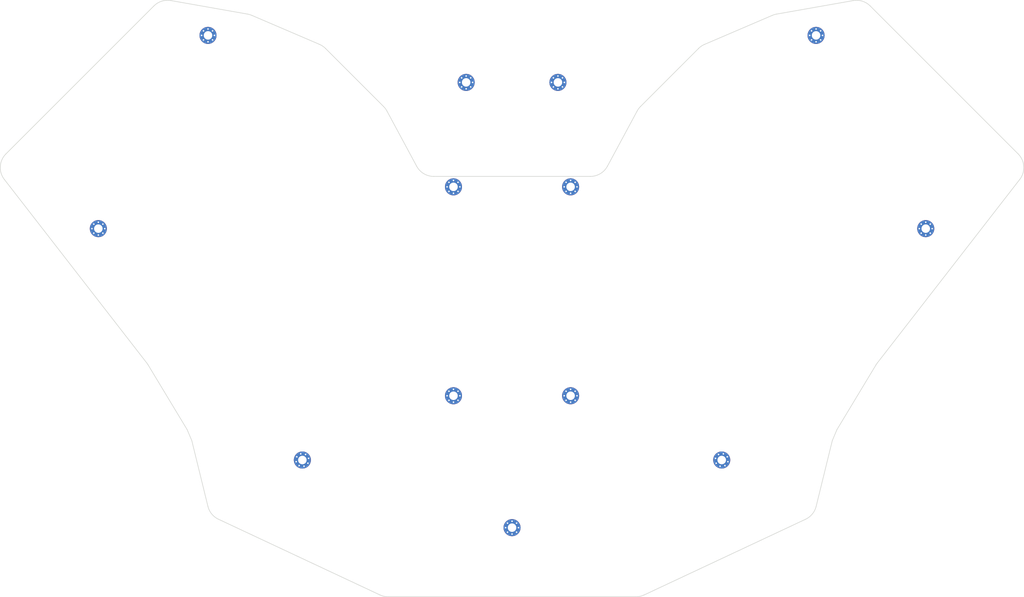
<source format=kicad_pcb>


(kicad_pcb (version 20171130) (host pcbnew 5.1.6)

  (page A3)
  (title_block
    (title "bottom_plate")
    (rev "v1.0.0")
    (company "Unknown")
  )

  (general
    (thickness 1.6)
  )

  (layers
    (0 F.Cu signal)
    (31 B.Cu signal)
    (32 B.Adhes user)
    (33 F.Adhes user)
    (34 B.Paste user)
    (35 F.Paste user)
    (36 B.SilkS user)
    (37 F.SilkS user)
    (38 B.Mask user)
    (39 F.Mask user)
    (40 Dwgs.User user)
    (41 Cmts.User user)
    (42 Eco1.User user)
    (43 Eco2.User user)
    (44 Edge.Cuts user)
    (45 Margin user)
    (46 B.CrtYd user)
    (47 F.CrtYd user)
    (48 B.Fab user)
    (49 F.Fab user)
  )

  (setup
    (last_trace_width 0.25)
    (trace_clearance 0.2)
    (zone_clearance 0.508)
    (zone_45_only no)
    (trace_min 0.2)
    (via_size 0.8)
    (via_drill 0.4)
    (via_min_size 0.4)
    (via_min_drill 0.3)
    (uvia_size 0.3)
    (uvia_drill 0.1)
    (uvias_allowed no)
    (uvia_min_size 0.2)
    (uvia_min_drill 0.1)
    (edge_width 0.05)
    (segment_width 0.2)
    (pcb_text_width 0.3)
    (pcb_text_size 1.5 1.5)
    (mod_edge_width 0.12)
    (mod_text_size 1 1)
    (mod_text_width 0.15)
    (pad_size 1.524 1.524)
    (pad_drill 0.762)
    (pad_to_mask_clearance 0.05)
    (aux_axis_origin 0 0)
    (visible_elements FFFFFF7F)
    (pcbplotparams
      (layerselection 0x010fc_ffffffff)
      (usegerberextensions false)
      (usegerberattributes true)
      (usegerberadvancedattributes true)
      (creategerberjobfile true)
      (excludeedgelayer true)
      (linewidth 0.100000)
      (plotframeref false)
      (viasonmask false)
      (mode 1)
      (useauxorigin false)
      (hpglpennumber 1)
      (hpglpenspeed 20)
      (hpglpendiameter 15.000000)
      (psnegative false)
      (psa4output false)
      (plotreference true)
      (plotvalue true)
      (plotinvisibletext false)
      (padsonsilk false)
      (subtractmaskfromsilk false)
      (outputformat 1)
      (mirror false)
      (drillshape 1)
      (scaleselection 1)
      (outputdirectory ""))
  )

  (net 0 "")

  (net_class Default "This is the default net class."
    (clearance 0.2)
    (trace_width 0.25)
    (via_dia 0.8)
    (via_drill 0.4)
    (uvia_dia 0.3)
    (uvia_drill 0.1)
    (add_net "")
  )

  
    (module "MountingHole_2.2mm_M2_Pad_Via" (version 20210722) (generator pcbnew) (layer "F.Cu")
      (tedit 56DDB9C7)
      (at 60.2773176 128.95859919999998 -45) 
    
      (fp_text reference "_1" (at 0 -3.2) (layer "F.SilkS") hide 
        (effects (font (size 1 1) (thickness 0.15)))
        (tstamp b68bb25c-687d-44b1-b966-dad4cac66b35)
      )
    
      (fp_circle (center 0 0) (end 2.45 0) (layer "F.CrtYd") (width 0.05) (fill none) (tstamp b2688462-c375-45d3-9095-3425fb17c88f))
      (pad "1" thru_hole circle locked (at 1.166726 1.166726) (size 0.7 0.7) (drill 0.4) (layers *.Cu *.Mask) (tstamp 2a7fc905-328f-4bbb-9222-ca8d15d03a86))
      (pad "1" thru_hole circle locked (at 0 0) (size 4.4 4.4) (drill 2.2) (layers *.Cu *.Mask) (tstamp 47ee1d53-0551-4b6d-bc24-3f3f14c73c36))
      (pad "1" thru_hole circle locked (at 0 1.65) (size 0.7 0.7) (drill 0.4) (layers *.Cu *.Mask) (tstamp 4eef65bc-4add-40d7-8319-14dcdbae0d44))
      (pad "1" thru_hole circle locked (at 1.166726 -1.166726) (size 0.7 0.7) (drill 0.4) (layers *.Cu *.Mask) (tstamp 56155f4d-2ebc-4ad4-8d82-7aa7846deba8))
      (pad "1" thru_hole circle locked (at -1.65 0) (size 0.7 0.7) (drill 0.4) (layers *.Cu *.Mask) (tstamp 787d6162-1d3c-4def-859e-6532ce27c1ef))
      (pad "1" thru_hole circle locked (at -1.166726 -1.166726) (size 0.7 0.7) (drill 0.4) (layers *.Cu *.Mask) (tstamp 8d699d12-7099-4814-bbe6-11bc74c6e8b2))
      (pad "1" thru_hole circle locked (at -1.166726 1.166726) (size 0.7 0.7) (drill 0.4) (layers *.Cu *.Mask) (tstamp 95ab0420-a56b-46ee-98ad-5072a1a93a6f))
      (pad "1" thru_hole circle locked (at 1.65 0) (size 0.7 0.7) (drill 0.4) (layers *.Cu *.Mask) (tstamp cde0acf2-b3b4-46de-9f6e-3ab519744000))
      (pad "1" thru_hole circle locked (at 0 -1.65) (size 0.7 0.7) (drill 0.4) (layers *.Cu *.Mask) (tstamp ff0de415-ae11-46fb-b780-c24aee621212))
    )

    (module "MountingHole_2.2mm_M2_Pad_Via" (version 20210722) (generator pcbnew) (layer "F.Cu")
      (tedit 56DDB9C7)
      (at 31.9895107 178.7990207 -45) 
    
      (fp_text reference "_2" (at 0 -3.2) (layer "F.SilkS") hide 
        (effects (font (size 1 1) (thickness 0.15)))
        (tstamp b68bb25c-687d-44b1-b966-dad4cac66b35)
      )
    
      (fp_circle (center 0 0) (end 2.45 0) (layer "F.CrtYd") (width 0.05) (fill none) (tstamp b2688462-c375-45d3-9095-3425fb17c88f))
      (pad "1" thru_hole circle locked (at 1.166726 1.166726) (size 0.7 0.7) (drill 0.4) (layers *.Cu *.Mask) (tstamp 2a7fc905-328f-4bbb-9222-ca8d15d03a86))
      (pad "1" thru_hole circle locked (at 0 0) (size 4.4 4.4) (drill 2.2) (layers *.Cu *.Mask) (tstamp 47ee1d53-0551-4b6d-bc24-3f3f14c73c36))
      (pad "1" thru_hole circle locked (at 0 1.65) (size 0.7 0.7) (drill 0.4) (layers *.Cu *.Mask) (tstamp 4eef65bc-4add-40d7-8319-14dcdbae0d44))
      (pad "1" thru_hole circle locked (at 1.166726 -1.166726) (size 0.7 0.7) (drill 0.4) (layers *.Cu *.Mask) (tstamp 56155f4d-2ebc-4ad4-8d82-7aa7846deba8))
      (pad "1" thru_hole circle locked (at -1.65 0) (size 0.7 0.7) (drill 0.4) (layers *.Cu *.Mask) (tstamp 787d6162-1d3c-4def-859e-6532ce27c1ef))
      (pad "1" thru_hole circle locked (at -1.166726 -1.166726) (size 0.7 0.7) (drill 0.4) (layers *.Cu *.Mask) (tstamp 8d699d12-7099-4814-bbe6-11bc74c6e8b2))
      (pad "1" thru_hole circle locked (at -1.166726 1.166726) (size 0.7 0.7) (drill 0.4) (layers *.Cu *.Mask) (tstamp 95ab0420-a56b-46ee-98ad-5072a1a93a6f))
      (pad "1" thru_hole circle locked (at 1.65 0) (size 0.7 0.7) (drill 0.4) (layers *.Cu *.Mask) (tstamp cde0acf2-b3b4-46de-9f6e-3ab519744000))
      (pad "1" thru_hole circle locked (at 0 -1.65) (size 0.7 0.7) (drill 0.4) (layers *.Cu *.Mask) (tstamp ff0de415-ae11-46fb-b780-c24aee621212))
    )

    (module "MountingHole_2.2mm_M2_Pad_Via" (version 20210722) (generator pcbnew) (layer "F.Cu")
      (tedit 56DDB9C7)
      (at 123.5881232 168.0227133 -45) 
    
      (fp_text reference "_3" (at 0 -3.2) (layer "F.SilkS") hide 
        (effects (font (size 1 1) (thickness 0.15)))
        (tstamp b68bb25c-687d-44b1-b966-dad4cac66b35)
      )
    
      (fp_circle (center 0 0) (end 2.45 0) (layer "F.CrtYd") (width 0.05) (fill none) (tstamp b2688462-c375-45d3-9095-3425fb17c88f))
      (pad "1" thru_hole circle locked (at 1.166726 1.166726) (size 0.7 0.7) (drill 0.4) (layers *.Cu *.Mask) (tstamp 2a7fc905-328f-4bbb-9222-ca8d15d03a86))
      (pad "1" thru_hole circle locked (at 0 0) (size 4.4 4.4) (drill 2.2) (layers *.Cu *.Mask) (tstamp 47ee1d53-0551-4b6d-bc24-3f3f14c73c36))
      (pad "1" thru_hole circle locked (at 0 1.65) (size 0.7 0.7) (drill 0.4) (layers *.Cu *.Mask) (tstamp 4eef65bc-4add-40d7-8319-14dcdbae0d44))
      (pad "1" thru_hole circle locked (at 1.166726 -1.166726) (size 0.7 0.7) (drill 0.4) (layers *.Cu *.Mask) (tstamp 56155f4d-2ebc-4ad4-8d82-7aa7846deba8))
      (pad "1" thru_hole circle locked (at -1.65 0) (size 0.7 0.7) (drill 0.4) (layers *.Cu *.Mask) (tstamp 787d6162-1d3c-4def-859e-6532ce27c1ef))
      (pad "1" thru_hole circle locked (at -1.166726 -1.166726) (size 0.7 0.7) (drill 0.4) (layers *.Cu *.Mask) (tstamp 8d699d12-7099-4814-bbe6-11bc74c6e8b2))
      (pad "1" thru_hole circle locked (at -1.166726 1.166726) (size 0.7 0.7) (drill 0.4) (layers *.Cu *.Mask) (tstamp 95ab0420-a56b-46ee-98ad-5072a1a93a6f))
      (pad "1" thru_hole circle locked (at 1.65 0) (size 0.7 0.7) (drill 0.4) (layers *.Cu *.Mask) (tstamp cde0acf2-b3b4-46de-9f6e-3ab519744000))
      (pad "1" thru_hole circle locked (at 0 -1.65) (size 0.7 0.7) (drill 0.4) (layers *.Cu *.Mask) (tstamp ff0de415-ae11-46fb-b780-c24aee621212))
    )

    (module "MountingHole_2.2mm_M2_Pad_Via" (version 20210722) (generator pcbnew) (layer "F.Cu")
      (tedit 56DDB9C7)
      (at 150.5288915 141.08194500000002 -45) 
    
      (fp_text reference "_4" (at 0 -3.2) (layer "F.SilkS") hide 
        (effects (font (size 1 1) (thickness 0.15)))
        (tstamp b68bb25c-687d-44b1-b966-dad4cac66b35)
      )
    
      (fp_circle (center 0 0) (end 2.45 0) (layer "F.CrtYd") (width 0.05) (fill none) (tstamp b2688462-c375-45d3-9095-3425fb17c88f))
      (pad "1" thru_hole circle locked (at 1.166726 1.166726) (size 0.7 0.7) (drill 0.4) (layers *.Cu *.Mask) (tstamp 2a7fc905-328f-4bbb-9222-ca8d15d03a86))
      (pad "1" thru_hole circle locked (at 0 0) (size 4.4 4.4) (drill 2.2) (layers *.Cu *.Mask) (tstamp 47ee1d53-0551-4b6d-bc24-3f3f14c73c36))
      (pad "1" thru_hole circle locked (at 0 1.65) (size 0.7 0.7) (drill 0.4) (layers *.Cu *.Mask) (tstamp 4eef65bc-4add-40d7-8319-14dcdbae0d44))
      (pad "1" thru_hole circle locked (at 1.166726 -1.166726) (size 0.7 0.7) (drill 0.4) (layers *.Cu *.Mask) (tstamp 56155f4d-2ebc-4ad4-8d82-7aa7846deba8))
      (pad "1" thru_hole circle locked (at -1.65 0) (size 0.7 0.7) (drill 0.4) (layers *.Cu *.Mask) (tstamp 787d6162-1d3c-4def-859e-6532ce27c1ef))
      (pad "1" thru_hole circle locked (at -1.166726 -1.166726) (size 0.7 0.7) (drill 0.4) (layers *.Cu *.Mask) (tstamp 8d699d12-7099-4814-bbe6-11bc74c6e8b2))
      (pad "1" thru_hole circle locked (at -1.166726 1.166726) (size 0.7 0.7) (drill 0.4) (layers *.Cu *.Mask) (tstamp 95ab0420-a56b-46ee-98ad-5072a1a93a6f))
      (pad "1" thru_hole circle locked (at 1.65 0) (size 0.7 0.7) (drill 0.4) (layers *.Cu *.Mask) (tstamp cde0acf2-b3b4-46de-9f6e-3ab519744000))
      (pad "1" thru_hole circle locked (at 0 -1.65) (size 0.7 0.7) (drill 0.4) (layers *.Cu *.Mask) (tstamp ff0de415-ae11-46fb-b780-c24aee621212))
    )

    (module "MountingHole_2.2mm_M2_Pad_Via" (version 20210722) (generator pcbnew) (layer "F.Cu")
      (tedit 56DDB9C7)
      (at 123.58812329999999 221.90425009999998 -45) 
    
      (fp_text reference "_5" (at 0 -3.2) (layer "F.SilkS") hide 
        (effects (font (size 1 1) (thickness 0.15)))
        (tstamp b68bb25c-687d-44b1-b966-dad4cac66b35)
      )
    
      (fp_circle (center 0 0) (end 2.45 0) (layer "F.CrtYd") (width 0.05) (fill none) (tstamp b2688462-c375-45d3-9095-3425fb17c88f))
      (pad "1" thru_hole circle locked (at 1.166726 1.166726) (size 0.7 0.7) (drill 0.4) (layers *.Cu *.Mask) (tstamp 2a7fc905-328f-4bbb-9222-ca8d15d03a86))
      (pad "1" thru_hole circle locked (at 0 0) (size 4.4 4.4) (drill 2.2) (layers *.Cu *.Mask) (tstamp 47ee1d53-0551-4b6d-bc24-3f3f14c73c36))
      (pad "1" thru_hole circle locked (at 0 1.65) (size 0.7 0.7) (drill 0.4) (layers *.Cu *.Mask) (tstamp 4eef65bc-4add-40d7-8319-14dcdbae0d44))
      (pad "1" thru_hole circle locked (at 1.166726 -1.166726) (size 0.7 0.7) (drill 0.4) (layers *.Cu *.Mask) (tstamp 56155f4d-2ebc-4ad4-8d82-7aa7846deba8))
      (pad "1" thru_hole circle locked (at -1.65 0) (size 0.7 0.7) (drill 0.4) (layers *.Cu *.Mask) (tstamp 787d6162-1d3c-4def-859e-6532ce27c1ef))
      (pad "1" thru_hole circle locked (at -1.166726 -1.166726) (size 0.7 0.7) (drill 0.4) (layers *.Cu *.Mask) (tstamp 8d699d12-7099-4814-bbe6-11bc74c6e8b2))
      (pad "1" thru_hole circle locked (at -1.166726 1.166726) (size 0.7 0.7) (drill 0.4) (layers *.Cu *.Mask) (tstamp 95ab0420-a56b-46ee-98ad-5072a1a93a6f))
      (pad "1" thru_hole circle locked (at 1.65 0) (size 0.7 0.7) (drill 0.4) (layers *.Cu *.Mask) (tstamp cde0acf2-b3b4-46de-9f6e-3ab519744000))
      (pad "1" thru_hole circle locked (at 0 -1.65) (size 0.7 0.7) (drill 0.4) (layers *.Cu *.Mask) (tstamp ff0de415-ae11-46fb-b780-c24aee621212))
    )

    (module "MountingHole_2.2mm_M2_Pad_Via" (version 20210722) (generator pcbnew) (layer "F.Cu")
      (tedit 56DDB9C7)
      (at 84.6125523 238.47803530000002 -75) 
    
      (fp_text reference "_6" (at 0 -3.2) (layer "F.SilkS") hide 
        (effects (font (size 1 1) (thickness 0.15)))
        (tstamp b68bb25c-687d-44b1-b966-dad4cac66b35)
      )
    
      (fp_circle (center 0 0) (end 2.45 0) (layer "F.CrtYd") (width 0.05) (fill none) (tstamp b2688462-c375-45d3-9095-3425fb17c88f))
      (pad "1" thru_hole circle locked (at 1.166726 1.166726) (size 0.7 0.7) (drill 0.4) (layers *.Cu *.Mask) (tstamp 2a7fc905-328f-4bbb-9222-ca8d15d03a86))
      (pad "1" thru_hole circle locked (at 0 0) (size 4.4 4.4) (drill 2.2) (layers *.Cu *.Mask) (tstamp 47ee1d53-0551-4b6d-bc24-3f3f14c73c36))
      (pad "1" thru_hole circle locked (at 0 1.65) (size 0.7 0.7) (drill 0.4) (layers *.Cu *.Mask) (tstamp 4eef65bc-4add-40d7-8319-14dcdbae0d44))
      (pad "1" thru_hole circle locked (at 1.166726 -1.166726) (size 0.7 0.7) (drill 0.4) (layers *.Cu *.Mask) (tstamp 56155f4d-2ebc-4ad4-8d82-7aa7846deba8))
      (pad "1" thru_hole circle locked (at -1.65 0) (size 0.7 0.7) (drill 0.4) (layers *.Cu *.Mask) (tstamp 787d6162-1d3c-4def-859e-6532ce27c1ef))
      (pad "1" thru_hole circle locked (at -1.166726 -1.166726) (size 0.7 0.7) (drill 0.4) (layers *.Cu *.Mask) (tstamp 8d699d12-7099-4814-bbe6-11bc74c6e8b2))
      (pad "1" thru_hole circle locked (at -1.166726 1.166726) (size 0.7 0.7) (drill 0.4) (layers *.Cu *.Mask) (tstamp 95ab0420-a56b-46ee-98ad-5072a1a93a6f))
      (pad "1" thru_hole circle locked (at 1.65 0) (size 0.7 0.7) (drill 0.4) (layers *.Cu *.Mask) (tstamp cde0acf2-b3b4-46de-9f6e-3ab519744000))
      (pad "1" thru_hole circle locked (at 0 -1.65) (size 0.7 0.7) (drill 0.4) (layers *.Cu *.Mask) (tstamp ff0de415-ae11-46fb-b780-c24aee621212))
    )

    (module "MountingHole_2.2mm_M2_Pad_Via" (version 20210722) (generator pcbnew) (layer "F.Cu")
      (tedit 56DDB9C7)
      (at 217.10816040000003 128.95859919999998 45) 
    
      (fp_text reference "_7" (at 0 -3.2) (layer "F.SilkS") hide 
        (effects (font (size 1 1) (thickness 0.15)))
        (tstamp b68bb25c-687d-44b1-b966-dad4cac66b35)
      )
    
      (fp_circle (center 0 0) (end 2.45 0) (layer "F.CrtYd") (width 0.05) (fill none) (tstamp b2688462-c375-45d3-9095-3425fb17c88f))
      (pad "1" thru_hole circle locked (at 1.166726 1.166726) (size 0.7 0.7) (drill 0.4) (layers *.Cu *.Mask) (tstamp 2a7fc905-328f-4bbb-9222-ca8d15d03a86))
      (pad "1" thru_hole circle locked (at 0 0) (size 4.4 4.4) (drill 2.2) (layers *.Cu *.Mask) (tstamp 47ee1d53-0551-4b6d-bc24-3f3f14c73c36))
      (pad "1" thru_hole circle locked (at 0 1.65) (size 0.7 0.7) (drill 0.4) (layers *.Cu *.Mask) (tstamp 4eef65bc-4add-40d7-8319-14dcdbae0d44))
      (pad "1" thru_hole circle locked (at 1.166726 -1.166726) (size 0.7 0.7) (drill 0.4) (layers *.Cu *.Mask) (tstamp 56155f4d-2ebc-4ad4-8d82-7aa7846deba8))
      (pad "1" thru_hole circle locked (at -1.65 0) (size 0.7 0.7) (drill 0.4) (layers *.Cu *.Mask) (tstamp 787d6162-1d3c-4def-859e-6532ce27c1ef))
      (pad "1" thru_hole circle locked (at -1.166726 -1.166726) (size 0.7 0.7) (drill 0.4) (layers *.Cu *.Mask) (tstamp 8d699d12-7099-4814-bbe6-11bc74c6e8b2))
      (pad "1" thru_hole circle locked (at -1.166726 1.166726) (size 0.7 0.7) (drill 0.4) (layers *.Cu *.Mask) (tstamp 95ab0420-a56b-46ee-98ad-5072a1a93a6f))
      (pad "1" thru_hole circle locked (at 1.65 0) (size 0.7 0.7) (drill 0.4) (layers *.Cu *.Mask) (tstamp cde0acf2-b3b4-46de-9f6e-3ab519744000))
      (pad "1" thru_hole circle locked (at 0 -1.65) (size 0.7 0.7) (drill 0.4) (layers *.Cu *.Mask) (tstamp ff0de415-ae11-46fb-b780-c24aee621212))
    )

    (module "MountingHole_2.2mm_M2_Pad_Via" (version 20210722) (generator pcbnew) (layer "F.Cu")
      (tedit 56DDB9C7)
      (at 245.39596730000005 178.7990207 45) 
    
      (fp_text reference "_8" (at 0 -3.2) (layer "F.SilkS") hide 
        (effects (font (size 1 1) (thickness 0.15)))
        (tstamp b68bb25c-687d-44b1-b966-dad4cac66b35)
      )
    
      (fp_circle (center 0 0) (end 2.45 0) (layer "F.CrtYd") (width 0.05) (fill none) (tstamp b2688462-c375-45d3-9095-3425fb17c88f))
      (pad "1" thru_hole circle locked (at 1.166726 1.166726) (size 0.7 0.7) (drill 0.4) (layers *.Cu *.Mask) (tstamp 2a7fc905-328f-4bbb-9222-ca8d15d03a86))
      (pad "1" thru_hole circle locked (at 0 0) (size 4.4 4.4) (drill 2.2) (layers *.Cu *.Mask) (tstamp 47ee1d53-0551-4b6d-bc24-3f3f14c73c36))
      (pad "1" thru_hole circle locked (at 0 1.65) (size 0.7 0.7) (drill 0.4) (layers *.Cu *.Mask) (tstamp 4eef65bc-4add-40d7-8319-14dcdbae0d44))
      (pad "1" thru_hole circle locked (at 1.166726 -1.166726) (size 0.7 0.7) (drill 0.4) (layers *.Cu *.Mask) (tstamp 56155f4d-2ebc-4ad4-8d82-7aa7846deba8))
      (pad "1" thru_hole circle locked (at -1.65 0) (size 0.7 0.7) (drill 0.4) (layers *.Cu *.Mask) (tstamp 787d6162-1d3c-4def-859e-6532ce27c1ef))
      (pad "1" thru_hole circle locked (at -1.166726 -1.166726) (size 0.7 0.7) (drill 0.4) (layers *.Cu *.Mask) (tstamp 8d699d12-7099-4814-bbe6-11bc74c6e8b2))
      (pad "1" thru_hole circle locked (at -1.166726 1.166726) (size 0.7 0.7) (drill 0.4) (layers *.Cu *.Mask) (tstamp 95ab0420-a56b-46ee-98ad-5072a1a93a6f))
      (pad "1" thru_hole circle locked (at 1.65 0) (size 0.7 0.7) (drill 0.4) (layers *.Cu *.Mask) (tstamp cde0acf2-b3b4-46de-9f6e-3ab519744000))
      (pad "1" thru_hole circle locked (at 0 -1.65) (size 0.7 0.7) (drill 0.4) (layers *.Cu *.Mask) (tstamp ff0de415-ae11-46fb-b780-c24aee621212))
    )

    (module "MountingHole_2.2mm_M2_Pad_Via" (version 20210722) (generator pcbnew) (layer "F.Cu")
      (tedit 56DDB9C7)
      (at 153.79735480000002 168.0227133 45) 
    
      (fp_text reference "_9" (at 0 -3.2) (layer "F.SilkS") hide 
        (effects (font (size 1 1) (thickness 0.15)))
        (tstamp b68bb25c-687d-44b1-b966-dad4cac66b35)
      )
    
      (fp_circle (center 0 0) (end 2.45 0) (layer "F.CrtYd") (width 0.05) (fill none) (tstamp b2688462-c375-45d3-9095-3425fb17c88f))
      (pad "1" thru_hole circle locked (at 1.166726 1.166726) (size 0.7 0.7) (drill 0.4) (layers *.Cu *.Mask) (tstamp 2a7fc905-328f-4bbb-9222-ca8d15d03a86))
      (pad "1" thru_hole circle locked (at 0 0) (size 4.4 4.4) (drill 2.2) (layers *.Cu *.Mask) (tstamp 47ee1d53-0551-4b6d-bc24-3f3f14c73c36))
      (pad "1" thru_hole circle locked (at 0 1.65) (size 0.7 0.7) (drill 0.4) (layers *.Cu *.Mask) (tstamp 4eef65bc-4add-40d7-8319-14dcdbae0d44))
      (pad "1" thru_hole circle locked (at 1.166726 -1.166726) (size 0.7 0.7) (drill 0.4) (layers *.Cu *.Mask) (tstamp 56155f4d-2ebc-4ad4-8d82-7aa7846deba8))
      (pad "1" thru_hole circle locked (at -1.65 0) (size 0.7 0.7) (drill 0.4) (layers *.Cu *.Mask) (tstamp 787d6162-1d3c-4def-859e-6532ce27c1ef))
      (pad "1" thru_hole circle locked (at -1.166726 -1.166726) (size 0.7 0.7) (drill 0.4) (layers *.Cu *.Mask) (tstamp 8d699d12-7099-4814-bbe6-11bc74c6e8b2))
      (pad "1" thru_hole circle locked (at -1.166726 1.166726) (size 0.7 0.7) (drill 0.4) (layers *.Cu *.Mask) (tstamp 95ab0420-a56b-46ee-98ad-5072a1a93a6f))
      (pad "1" thru_hole circle locked (at 1.65 0) (size 0.7 0.7) (drill 0.4) (layers *.Cu *.Mask) (tstamp cde0acf2-b3b4-46de-9f6e-3ab519744000))
      (pad "1" thru_hole circle locked (at 0 -1.65) (size 0.7 0.7) (drill 0.4) (layers *.Cu *.Mask) (tstamp ff0de415-ae11-46fb-b780-c24aee621212))
    )

    (module "MountingHole_2.2mm_M2_Pad_Via" (version 20210722) (generator pcbnew) (layer "F.Cu")
      (tedit 56DDB9C7)
      (at 126.85658650000003 141.08194500000002 45) 
    
      (fp_text reference "_10" (at 0 -3.2) (layer "F.SilkS") hide 
        (effects (font (size 1 1) (thickness 0.15)))
        (tstamp b68bb25c-687d-44b1-b966-dad4cac66b35)
      )
    
      (fp_circle (center 0 0) (end 2.45 0) (layer "F.CrtYd") (width 0.05) (fill none) (tstamp b2688462-c375-45d3-9095-3425fb17c88f))
      (pad "1" thru_hole circle locked (at 1.166726 1.166726) (size 0.7 0.7) (drill 0.4) (layers *.Cu *.Mask) (tstamp 2a7fc905-328f-4bbb-9222-ca8d15d03a86))
      (pad "1" thru_hole circle locked (at 0 0) (size 4.4 4.4) (drill 2.2) (layers *.Cu *.Mask) (tstamp 47ee1d53-0551-4b6d-bc24-3f3f14c73c36))
      (pad "1" thru_hole circle locked (at 0 1.65) (size 0.7 0.7) (drill 0.4) (layers *.Cu *.Mask) (tstamp 4eef65bc-4add-40d7-8319-14dcdbae0d44))
      (pad "1" thru_hole circle locked (at 1.166726 -1.166726) (size 0.7 0.7) (drill 0.4) (layers *.Cu *.Mask) (tstamp 56155f4d-2ebc-4ad4-8d82-7aa7846deba8))
      (pad "1" thru_hole circle locked (at -1.65 0) (size 0.7 0.7) (drill 0.4) (layers *.Cu *.Mask) (tstamp 787d6162-1d3c-4def-859e-6532ce27c1ef))
      (pad "1" thru_hole circle locked (at -1.166726 -1.166726) (size 0.7 0.7) (drill 0.4) (layers *.Cu *.Mask) (tstamp 8d699d12-7099-4814-bbe6-11bc74c6e8b2))
      (pad "1" thru_hole circle locked (at -1.166726 1.166726) (size 0.7 0.7) (drill 0.4) (layers *.Cu *.Mask) (tstamp 95ab0420-a56b-46ee-98ad-5072a1a93a6f))
      (pad "1" thru_hole circle locked (at 1.65 0) (size 0.7 0.7) (drill 0.4) (layers *.Cu *.Mask) (tstamp cde0acf2-b3b4-46de-9f6e-3ab519744000))
      (pad "1" thru_hole circle locked (at 0 -1.65) (size 0.7 0.7) (drill 0.4) (layers *.Cu *.Mask) (tstamp ff0de415-ae11-46fb-b780-c24aee621212))
    )

    (module "MountingHole_2.2mm_M2_Pad_Via" (version 20210722) (generator pcbnew) (layer "F.Cu")
      (tedit 56DDB9C7)
      (at 153.79735470000006 221.90425009999998 45) 
    
      (fp_text reference "_11" (at 0 -3.2) (layer "F.SilkS") hide 
        (effects (font (size 1 1) (thickness 0.15)))
        (tstamp b68bb25c-687d-44b1-b966-dad4cac66b35)
      )
    
      (fp_circle (center 0 0) (end 2.45 0) (layer "F.CrtYd") (width 0.05) (fill none) (tstamp b2688462-c375-45d3-9095-3425fb17c88f))
      (pad "1" thru_hole circle locked (at 1.166726 1.166726) (size 0.7 0.7) (drill 0.4) (layers *.Cu *.Mask) (tstamp 2a7fc905-328f-4bbb-9222-ca8d15d03a86))
      (pad "1" thru_hole circle locked (at 0 0) (size 4.4 4.4) (drill 2.2) (layers *.Cu *.Mask) (tstamp 47ee1d53-0551-4b6d-bc24-3f3f14c73c36))
      (pad "1" thru_hole circle locked (at 0 1.65) (size 0.7 0.7) (drill 0.4) (layers *.Cu *.Mask) (tstamp 4eef65bc-4add-40d7-8319-14dcdbae0d44))
      (pad "1" thru_hole circle locked (at 1.166726 -1.166726) (size 0.7 0.7) (drill 0.4) (layers *.Cu *.Mask) (tstamp 56155f4d-2ebc-4ad4-8d82-7aa7846deba8))
      (pad "1" thru_hole circle locked (at -1.65 0) (size 0.7 0.7) (drill 0.4) (layers *.Cu *.Mask) (tstamp 787d6162-1d3c-4def-859e-6532ce27c1ef))
      (pad "1" thru_hole circle locked (at -1.166726 -1.166726) (size 0.7 0.7) (drill 0.4) (layers *.Cu *.Mask) (tstamp 8d699d12-7099-4814-bbe6-11bc74c6e8b2))
      (pad "1" thru_hole circle locked (at -1.166726 1.166726) (size 0.7 0.7) (drill 0.4) (layers *.Cu *.Mask) (tstamp 95ab0420-a56b-46ee-98ad-5072a1a93a6f))
      (pad "1" thru_hole circle locked (at 1.65 0) (size 0.7 0.7) (drill 0.4) (layers *.Cu *.Mask) (tstamp cde0acf2-b3b4-46de-9f6e-3ab519744000))
      (pad "1" thru_hole circle locked (at 0 -1.65) (size 0.7 0.7) (drill 0.4) (layers *.Cu *.Mask) (tstamp ff0de415-ae11-46fb-b780-c24aee621212))
    )

    (module "MountingHole_2.2mm_M2_Pad_Via" (version 20210722) (generator pcbnew) (layer "F.Cu")
      (tedit 56DDB9C7)
      (at 192.77292570000003 238.47803530000002 75) 
    
      (fp_text reference "_12" (at 0 -3.2) (layer "F.SilkS") hide 
        (effects (font (size 1 1) (thickness 0.15)))
        (tstamp b68bb25c-687d-44b1-b966-dad4cac66b35)
      )
    
      (fp_circle (center 0 0) (end 2.45 0) (layer "F.CrtYd") (width 0.05) (fill none) (tstamp b2688462-c375-45d3-9095-3425fb17c88f))
      (pad "1" thru_hole circle locked (at 1.166726 1.166726) (size 0.7 0.7) (drill 0.4) (layers *.Cu *.Mask) (tstamp 2a7fc905-328f-4bbb-9222-ca8d15d03a86))
      (pad "1" thru_hole circle locked (at 0 0) (size 4.4 4.4) (drill 2.2) (layers *.Cu *.Mask) (tstamp 47ee1d53-0551-4b6d-bc24-3f3f14c73c36))
      (pad "1" thru_hole circle locked (at 0 1.65) (size 0.7 0.7) (drill 0.4) (layers *.Cu *.Mask) (tstamp 4eef65bc-4add-40d7-8319-14dcdbae0d44))
      (pad "1" thru_hole circle locked (at 1.166726 -1.166726) (size 0.7 0.7) (drill 0.4) (layers *.Cu *.Mask) (tstamp 56155f4d-2ebc-4ad4-8d82-7aa7846deba8))
      (pad "1" thru_hole circle locked (at -1.65 0) (size 0.7 0.7) (drill 0.4) (layers *.Cu *.Mask) (tstamp 787d6162-1d3c-4def-859e-6532ce27c1ef))
      (pad "1" thru_hole circle locked (at -1.166726 -1.166726) (size 0.7 0.7) (drill 0.4) (layers *.Cu *.Mask) (tstamp 8d699d12-7099-4814-bbe6-11bc74c6e8b2))
      (pad "1" thru_hole circle locked (at -1.166726 1.166726) (size 0.7 0.7) (drill 0.4) (layers *.Cu *.Mask) (tstamp 95ab0420-a56b-46ee-98ad-5072a1a93a6f))
      (pad "1" thru_hole circle locked (at 1.65 0) (size 0.7 0.7) (drill 0.4) (layers *.Cu *.Mask) (tstamp cde0acf2-b3b4-46de-9f6e-3ab519744000))
      (pad "1" thru_hole circle locked (at 0 -1.65) (size 0.7 0.7) (drill 0.4) (layers *.Cu *.Mask) (tstamp ff0de415-ae11-46fb-b780-c24aee621212))
    )

    (module "MountingHole_2.2mm_M2_Pad_Via" (version 20210722) (generator pcbnew) (layer "F.Cu")
      (tedit 56DDB9C7)
      (at 138.69273900000002 255.9234817 0) 
    
      (fp_text reference "_13" (at 0 -3.2) (layer "F.SilkS") hide 
        (effects (font (size 1 1) (thickness 0.15)))
        (tstamp b68bb25c-687d-44b1-b966-dad4cac66b35)
      )
    
      (fp_circle (center 0 0) (end 2.45 0) (layer "F.CrtYd") (width 0.05) (fill none) (tstamp b2688462-c375-45d3-9095-3425fb17c88f))
      (pad "1" thru_hole circle locked (at 1.166726 1.166726) (size 0.7 0.7) (drill 0.4) (layers *.Cu *.Mask) (tstamp 2a7fc905-328f-4bbb-9222-ca8d15d03a86))
      (pad "1" thru_hole circle locked (at 0 0) (size 4.4 4.4) (drill 2.2) (layers *.Cu *.Mask) (tstamp 47ee1d53-0551-4b6d-bc24-3f3f14c73c36))
      (pad "1" thru_hole circle locked (at 0 1.65) (size 0.7 0.7) (drill 0.4) (layers *.Cu *.Mask) (tstamp 4eef65bc-4add-40d7-8319-14dcdbae0d44))
      (pad "1" thru_hole circle locked (at 1.166726 -1.166726) (size 0.7 0.7) (drill 0.4) (layers *.Cu *.Mask) (tstamp 56155f4d-2ebc-4ad4-8d82-7aa7846deba8))
      (pad "1" thru_hole circle locked (at -1.65 0) (size 0.7 0.7) (drill 0.4) (layers *.Cu *.Mask) (tstamp 787d6162-1d3c-4def-859e-6532ce27c1ef))
      (pad "1" thru_hole circle locked (at -1.166726 -1.166726) (size 0.7 0.7) (drill 0.4) (layers *.Cu *.Mask) (tstamp 8d699d12-7099-4814-bbe6-11bc74c6e8b2))
      (pad "1" thru_hole circle locked (at -1.166726 1.166726) (size 0.7 0.7) (drill 0.4) (layers *.Cu *.Mask) (tstamp 95ab0420-a56b-46ee-98ad-5072a1a93a6f))
      (pad "1" thru_hole circle locked (at 1.65 0) (size 0.7 0.7) (drill 0.4) (layers *.Cu *.Mask) (tstamp cde0acf2-b3b4-46de-9f6e-3ab519744000))
      (pad "1" thru_hole circle locked (at 0 -1.65) (size 0.7 0.7) (drill 0.4) (layers *.Cu *.Mask) (tstamp ff0de415-ae11-46fb-b780-c24aee621212))
    )
  (gr_line (start 8.166519390563415 159.5167827094366) (end 46.313176390521924 121.37012570947806) (angle 90) (layer Edge.Cuts) (width 0.15))
(gr_line (start 50.71763676233398 119.9817417692096) (end 70.48431665703148 123.4699794383062) (angle 90) (layer Edge.Cuts) (width 0.15))
(gr_line (start 71.5849867576331 123.79817210960914) (end 89.0271071997604 131.27336655838107) (angle 90) (layer Edge.Cuts) (width 0.15))
(gr_line (start 90.59304452734662 132.33355782734662) (end 105.55771759938509 147.2982308993851) (angle 90) (layer Edge.Cuts) (width 0.15))
(gr_line (start 106.42453924112816 148.46326577690795) (end 114.09000755941193 162.69913552247704) (angle 90) (layer Edge.Cuts) (width 0.15))
(gr_line (start 118.49236310115505 165.3286365) (end 158.893114898845 165.3286365) (angle 90) (layer Edge.Cuts) (width 0.15))
(gr_line (start 163.29547044058808 162.6991355224771) (end 170.9609387588719 148.46326577690797) (angle 90) (layer Edge.Cuts) (width 0.15))
(gr_line (start 171.82776040061498 147.29823089938503) (end 186.79243347265344 132.33355782734657) (angle 90) (layer Edge.Cuts) (width 0.15))
(gr_line (start 188.35837080023967 131.27336655838107) (end 205.80049124236703 123.7981721096091) (angle 90) (layer Edge.Cuts) (width 0.15))
(gr_line (start 206.90116134296875 123.46997943830615) (end 226.66784123766607 119.9817417692096) (angle 90) (layer Edge.Cuts) (width 0.15))
(gr_line (start 231.0723016094781 121.37012570947805) (end 269.21895860943675 159.5167827094367) (angle 90) (layer Edge.Cuts) (width 0.15))
(gr_line (start 269.6334346330515 166.11783805015546) (end 232.90166042208273 213.44774893917048) (angle 90) (layer Edge.Cuts) (width 0.15))
(gr_line (start 232.5703269481078 213.93061694166687) (end 222.47856980000003 230.6600296) (angle 90) (layer Edge.Cuts) (width 0.15))
(gr_line (start 222.47856980000003 230.6600296) (end 221.29183080000004 233.4768052) (angle 90) (layer Edge.Cuts) (width 0.15))
(gr_line (start 221.29183080000004 233.4768052) (end 217.13170784820537 250.42059115438838) (angle 90) (layer Edge.Cuts) (width 0.15))
(gr_line (start 214.39854279565108 253.75545985459098) (end 172.76636525640876 273.27556644083006) (angle 90) (layer Edge.Cuts) (width 0.15))
(gr_line (start 170.64374814349057 273.74848169999996) (end 106.74172985650944 273.74848169999996) (angle 90) (layer Edge.Cuts) (width 0.15))
(gr_line (start 104.61911274359122 273.27556644083006) (end 62.98693520434899 253.755459854591) (angle 90) (layer Edge.Cuts) (width 0.15))
(gr_line (start 60.25377015179475 250.42059115438857) (end 56.09364720000001 233.4768052) (angle 90) (layer Edge.Cuts) (width 0.15))
(gr_line (start 56.09364720000001 233.4768052) (end 54.9069082 230.6600296) (angle 90) (layer Edge.Cuts) (width 0.15))
(gr_line (start 54.9069082 230.6600296) (end 44.81515105189226 213.9306169416669) (angle 90) (layer Edge.Cuts) (width 0.15))
(gr_line (start 44.4838175779173 213.4477489391705) (end 7.752043366948679 166.11783805015554) (angle 90) (layer Edge.Cuts) (width 0.15))
(gr_arc (start 49.8487102905219 124.90565960947806) (end 50.7176367905219 119.98174180947807) (angle -55.00797747810235) (layer Edge.Cuts) (width 0.15))
(gr_arc (start 69.61539018521935 128.39389727857466) (end 71.58498678521936 123.79817217857466) (angle -13.190613787875037) (layer Edge.Cuts) (width 0.15))
(gr_arc (start 87.05751062734659 135.86909172734659) (end 90.59304452734659 132.3335578273466) (angle -21.801408734021813) (layer Edge.Cuts) (width 0.15))
(gr_arc (start 102.02218369938505 150.83376479938505) (end 106.42453919938505 148.46326579938506) (angle -16.699245398160503) (layer Edge.Cuts) (width 0.15))
(gr_arc (start 118.49236310115505 160.3286365) (end 114.09000760115505 162.69913549999998) (angle -61.699245398161764) (layer Edge.Cuts) (width 0.15))
(gr_arc (start 158.893114898845 160.3286365) (end 158.893114898845 165.3286365) (angle -61.69924539816088) (layer Edge.Cuts) (width 0.15))
(gr_arc (start 175.36329430061502 150.83376479938505) (end 171.82776040061503 147.29823089938506) (angle -16.69924539816128) (layer Edge.Cuts) (width 0.15))
(gr_arc (start 190.32796737265346 135.86909172734659) (end 188.35837077265347 131.27336662734658) (angle -21.80140873402138) (layer Edge.Cuts) (width 0.15))
(gr_arc (start 207.7700878147808 128.39389727857463) (end 206.9011613147808 123.46997947857463) (angle -13.190613787876131) (layer Edge.Cuts) (width 0.15))
(gr_arc (start 227.53676770947814 124.90565960947806) (end 231.07230160947813 121.37012570947806) (angle -55.00797747810201) (layer Edge.Cuts) (width 0.15))
(gr_arc (start 265.6834247094367 163.05231660943662) (end 269.6334346094367 166.1178380094366) (angle -82.81430317809998) (layer Edge.Cuts) (width 0.15))
(gr_arc (start 236.8516703456974 216.5132703798895) (end 232.90166044569742 213.4477489798895) (angle -6.714479959627738) (layer Edge.Cuts) (width 0.15))
(gr_arc (start 212.2759256827329 249.22837511376088) (end 214.3985427827329 253.7554599137609) (angle -51.08482288768181) (layer Edge.Cuts) (width 0.15))
(gr_arc (start 170.64374814349057 268.74848169999996) (end 170.64374814349057 273.74848169999996) (angle -25.120501529720798) (layer Edge.Cuts) (width 0.15))
(gr_arc (start 106.74172985650944 268.74848169999996) (end 104.61911275650944 273.27556649999997) (angle -25.120501529721082) (layer Edge.Cuts) (width 0.15))
(gr_arc (start 65.10955231726713 249.22837511376088) (end 60.25377011726713 250.42059121376087) (angle -51.08482288768002) (layer Edge.Cuts) (width 0.15))
(gr_arc (start 40.53380765430255 216.5132703798895) (end 44.81515105430255 213.9306169798895) (angle -6.714479959627919) (layer Edge.Cuts) (width 0.15))
(gr_arc (start 11.70205329056342 163.05231660943656) (end 8.166519390563419 159.51678270943657) (angle -82.81430317810268) (layer Edge.Cuts) (width 0.15))

)


</source>
